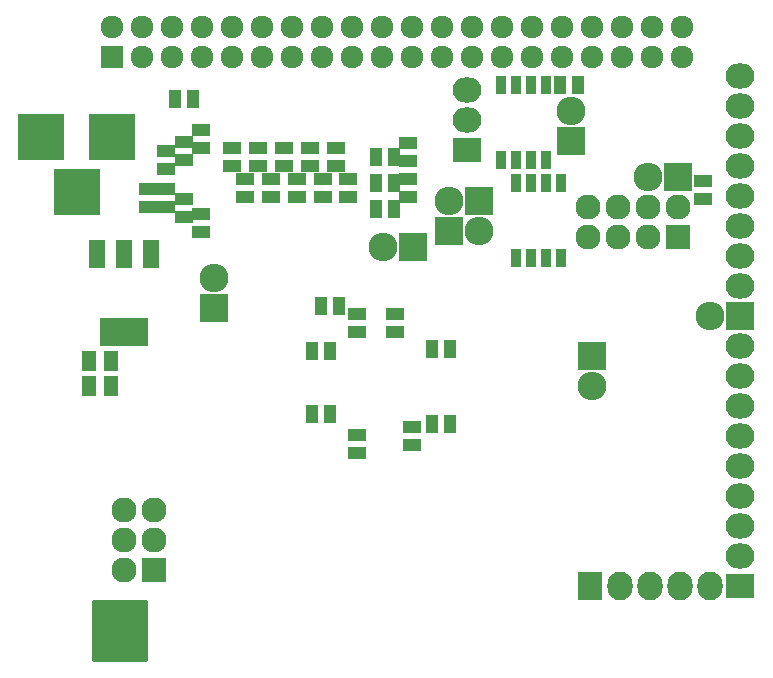
<source format=gbs>
G04 #@! TF.FileFunction,Soldermask,Bot*
%FSLAX46Y46*%
G04 Gerber Fmt 4.6, Leading zero omitted, Abs format (unit mm)*
G04 Created by KiCad (PCBNEW 0.201506030104+5696~23~ubuntu14.04.1-product) date Sat 06 Jun 2015 13:04:04 AEST*
%MOMM*%
G01*
G04 APERTURE LIST*
%ADD10C,0.100000*%
%ADD11R,1.924000X1.924000*%
%ADD12C,1.924000*%
%ADD13R,1.543000X1.035000*%
%ADD14R,1.035000X1.543000*%
%ADD15R,2.432000X2.432000*%
%ADD16O,2.432000X2.432000*%
%ADD17R,2.432000X2.127200*%
%ADD18O,2.432000X2.127200*%
%ADD19R,2.127200X2.127200*%
%ADD20O,2.127200X2.127200*%
%ADD21R,0.908000X1.543000*%
%ADD22R,2.127200X2.432000*%
%ADD23O,2.127200X2.432000*%
%ADD24R,1.289000X1.797000*%
%ADD25R,4.057600X2.432000*%
%ADD26R,1.416000X2.432000*%
%ADD27R,3.900120X3.900120*%
%ADD28C,0.254000*%
G04 APERTURE END LIST*
D10*
D11*
X25311100Y-22083600D03*
D12*
X27851100Y-22083600D03*
X30391100Y-22083600D03*
X32931100Y-22083600D03*
X35471100Y-22083600D03*
X38011100Y-22083600D03*
X25311100Y-19543600D03*
X27851100Y-19543600D03*
X30391100Y-19543600D03*
X32931100Y-19543600D03*
X35471100Y-19543600D03*
X38011100Y-19543600D03*
X40551100Y-22083600D03*
X40551100Y-19543600D03*
X43091100Y-22083600D03*
X45631100Y-22083600D03*
X48171100Y-22083600D03*
X50711100Y-22083600D03*
X53251100Y-22083600D03*
X55791100Y-22083600D03*
X43091100Y-19543600D03*
X45631100Y-19543600D03*
X48171100Y-19543600D03*
X50711100Y-19543600D03*
X53251100Y-19543600D03*
X55791100Y-19543600D03*
X58331100Y-22083600D03*
X58331100Y-19543600D03*
X60871100Y-22083600D03*
X63411100Y-22083600D03*
X65951100Y-22083600D03*
X68491100Y-22083600D03*
X71031100Y-22083600D03*
X73571100Y-22083600D03*
X60871100Y-19543600D03*
X63411100Y-19543600D03*
X65951100Y-19543600D03*
X68491100Y-19543600D03*
X71031100Y-19543600D03*
X73571100Y-19543600D03*
D13*
X46050000Y-55562000D03*
X46050000Y-54038000D03*
X49300000Y-43838000D03*
X49300000Y-45362000D03*
D14*
X42263000Y-52300000D03*
X43787000Y-52300000D03*
D13*
X46100000Y-43838000D03*
X46100000Y-45362000D03*
D14*
X53972000Y-46730000D03*
X52448000Y-46730000D03*
D15*
X65989200Y-47345600D03*
D16*
X65989200Y-49885600D03*
D17*
X55400000Y-29940000D03*
D18*
X55400000Y-27400000D03*
X55400000Y-24860000D03*
D15*
X64200000Y-29170000D03*
D16*
X64200000Y-26630000D03*
D19*
X28870000Y-65440000D03*
D20*
X26330000Y-65440000D03*
X28870000Y-62900000D03*
X26330000Y-62900000D03*
X28870000Y-60360000D03*
X26330000Y-60360000D03*
D21*
X62105000Y-24425000D03*
X60835000Y-24425000D03*
X59565000Y-24425000D03*
X58295000Y-24425000D03*
X58295000Y-30775000D03*
X59565000Y-30775000D03*
X60835000Y-30775000D03*
X62105000Y-30775000D03*
D17*
X78500000Y-43985000D03*
D18*
X78500000Y-41445000D03*
X78500000Y-38905000D03*
X78500000Y-36365000D03*
X78500000Y-33825000D03*
X78500000Y-31285000D03*
X78500000Y-28745000D03*
X78500000Y-26205000D03*
X78500000Y-23665000D03*
D17*
X78500000Y-66835000D03*
D18*
X78500000Y-64295000D03*
X78500000Y-61755000D03*
X78500000Y-59215000D03*
X78500000Y-56675000D03*
X78500000Y-54135000D03*
X78500000Y-51595000D03*
X78500000Y-49055000D03*
X78500000Y-46515000D03*
D22*
X65795000Y-66825000D03*
D23*
X68335000Y-66825000D03*
X70875000Y-66825000D03*
X73415000Y-66825000D03*
X75955000Y-66825000D03*
D15*
X78500000Y-43990000D03*
D16*
X75960000Y-43990000D03*
D13*
X50690000Y-54882000D03*
X50690000Y-53358000D03*
D14*
X53962000Y-53100000D03*
X52438000Y-53100000D03*
X42238000Y-46900000D03*
X43762000Y-46900000D03*
X64762000Y-24400000D03*
X63238000Y-24400000D03*
D24*
X25252500Y-49900000D03*
X23347500Y-49900000D03*
X25252500Y-47800000D03*
X23347500Y-47800000D03*
D15*
X53855000Y-36750000D03*
D16*
X56395000Y-36750000D03*
D15*
X56395000Y-34200000D03*
D16*
X53855000Y-34200000D03*
D15*
X73210000Y-32190000D03*
D16*
X70670000Y-32190000D03*
D25*
X26300000Y-45302000D03*
D26*
X26300000Y-38698000D03*
X28586000Y-38698000D03*
X24014000Y-38698000D03*
D21*
X63375000Y-32725000D03*
X62105000Y-32725000D03*
X60835000Y-32725000D03*
X59565000Y-32725000D03*
X59565000Y-39075000D03*
X60835000Y-39075000D03*
X62105000Y-39075000D03*
X63375000Y-39075000D03*
D15*
X50770000Y-38100000D03*
D16*
X48230000Y-38100000D03*
D27*
X25350140Y-28800000D03*
X19350660Y-28800000D03*
X22350400Y-33499000D03*
D19*
X73210000Y-37270000D03*
D20*
X73210000Y-34730000D03*
X70670000Y-37270000D03*
X70670000Y-34730000D03*
X68130000Y-37270000D03*
X68130000Y-34730000D03*
X65590000Y-37270000D03*
X65590000Y-34730000D03*
D15*
X34000000Y-43270000D03*
D16*
X34000000Y-40730000D03*
D13*
X28400000Y-34762000D03*
X28400000Y-33238000D03*
X29900000Y-34762000D03*
X29900000Y-33238000D03*
X31400000Y-35562000D03*
X31400000Y-34038000D03*
X32900000Y-36862000D03*
X32900000Y-35338000D03*
X35500000Y-29738000D03*
X35500000Y-31262000D03*
X36600000Y-32338000D03*
X36600000Y-33862000D03*
X37700000Y-29738000D03*
X37700000Y-31262000D03*
X38800000Y-32338000D03*
X38800000Y-33862000D03*
X39900000Y-29738000D03*
X39900000Y-31262000D03*
X41000000Y-32338000D03*
X41000000Y-33862000D03*
X42100000Y-29738000D03*
X42100000Y-31262000D03*
X43200000Y-32338000D03*
X43200000Y-33862000D03*
X44300000Y-29738000D03*
X44300000Y-31262000D03*
X45300000Y-32338000D03*
X45300000Y-33862000D03*
D14*
X49162000Y-34900000D03*
X47638000Y-34900000D03*
D13*
X50400000Y-32338000D03*
X50400000Y-33862000D03*
D14*
X49162000Y-32700000D03*
X47638000Y-32700000D03*
D13*
X50400000Y-29338000D03*
X50400000Y-30862000D03*
D14*
X49162000Y-30500000D03*
X47638000Y-30500000D03*
X44580000Y-43120000D03*
X43056000Y-43120000D03*
D13*
X31400000Y-29238000D03*
X31400000Y-30762000D03*
X32900000Y-28238000D03*
X32900000Y-29762000D03*
X75400000Y-34062000D03*
X75400000Y-32538000D03*
D14*
X30638000Y-25600000D03*
X32162000Y-25600000D03*
D13*
X29900000Y-30038000D03*
X29900000Y-31562000D03*
D28*
G36*
X28168600Y-73126600D02*
X23698200Y-73126600D01*
X23698200Y-68097400D01*
X28168600Y-68097400D01*
X28168600Y-73126600D01*
X28168600Y-73126600D01*
G37*
X28168600Y-73126600D02*
X23698200Y-73126600D01*
X23698200Y-68097400D01*
X28168600Y-68097400D01*
X28168600Y-73126600D01*
M02*

</source>
